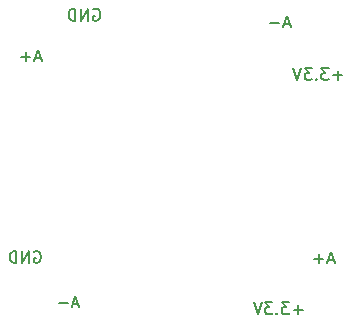
<source format=gbr>
%TF.GenerationSoftware,KiCad,Pcbnew,8.0.0*%
%TF.CreationDate,2024-05-17T03:15:10+03:00*%
%TF.ProjectId,pressure_sensor_sensor,70726573-7375-4726-955f-73656e736f72,rev?*%
%TF.SameCoordinates,Original*%
%TF.FileFunction,Legend,Bot*%
%TF.FilePolarity,Positive*%
%FSLAX46Y46*%
G04 Gerber Fmt 4.6, Leading zero omitted, Abs format (unit mm)*
G04 Created by KiCad (PCBNEW 8.0.0) date 2024-05-17 03:15:10*
%MOMM*%
%LPD*%
G01*
G04 APERTURE LIST*
%ADD10C,0.200000*%
G04 APERTURE END LIST*
D10*
X232598442Y-90703402D02*
X231836538Y-90703402D01*
X232217490Y-91084355D02*
X232217490Y-90322450D01*
X231455585Y-90084355D02*
X230836538Y-90084355D01*
X230836538Y-90084355D02*
X231169871Y-90465307D01*
X231169871Y-90465307D02*
X231027014Y-90465307D01*
X231027014Y-90465307D02*
X230931776Y-90512926D01*
X230931776Y-90512926D02*
X230884157Y-90560545D01*
X230884157Y-90560545D02*
X230836538Y-90655783D01*
X230836538Y-90655783D02*
X230836538Y-90893878D01*
X230836538Y-90893878D02*
X230884157Y-90989116D01*
X230884157Y-90989116D02*
X230931776Y-91036736D01*
X230931776Y-91036736D02*
X231027014Y-91084355D01*
X231027014Y-91084355D02*
X231312728Y-91084355D01*
X231312728Y-91084355D02*
X231407966Y-91036736D01*
X231407966Y-91036736D02*
X231455585Y-90989116D01*
X230407966Y-90989116D02*
X230360347Y-91036736D01*
X230360347Y-91036736D02*
X230407966Y-91084355D01*
X230407966Y-91084355D02*
X230455585Y-91036736D01*
X230455585Y-91036736D02*
X230407966Y-90989116D01*
X230407966Y-90989116D02*
X230407966Y-91084355D01*
X230027014Y-90084355D02*
X229407967Y-90084355D01*
X229407967Y-90084355D02*
X229741300Y-90465307D01*
X229741300Y-90465307D02*
X229598443Y-90465307D01*
X229598443Y-90465307D02*
X229503205Y-90512926D01*
X229503205Y-90512926D02*
X229455586Y-90560545D01*
X229455586Y-90560545D02*
X229407967Y-90655783D01*
X229407967Y-90655783D02*
X229407967Y-90893878D01*
X229407967Y-90893878D02*
X229455586Y-90989116D01*
X229455586Y-90989116D02*
X229503205Y-91036736D01*
X229503205Y-91036736D02*
X229598443Y-91084355D01*
X229598443Y-91084355D02*
X229884157Y-91084355D01*
X229884157Y-91084355D02*
X229979395Y-91036736D01*
X229979395Y-91036736D02*
X230027014Y-90989116D01*
X229122252Y-90084355D02*
X228788919Y-91084355D01*
X228788919Y-91084355D02*
X228455586Y-90084355D01*
X210446061Y-69398640D02*
X209969871Y-69398640D01*
X210541299Y-69684355D02*
X210207966Y-68684355D01*
X210207966Y-68684355D02*
X209874633Y-69684355D01*
X209541299Y-69303402D02*
X208779395Y-69303402D01*
X209160347Y-69684355D02*
X209160347Y-68922450D01*
X214874633Y-65281974D02*
X214969871Y-65234355D01*
X214969871Y-65234355D02*
X215112728Y-65234355D01*
X215112728Y-65234355D02*
X215255585Y-65281974D01*
X215255585Y-65281974D02*
X215350823Y-65377212D01*
X215350823Y-65377212D02*
X215398442Y-65472450D01*
X215398442Y-65472450D02*
X215446061Y-65662926D01*
X215446061Y-65662926D02*
X215446061Y-65805783D01*
X215446061Y-65805783D02*
X215398442Y-65996259D01*
X215398442Y-65996259D02*
X215350823Y-66091497D01*
X215350823Y-66091497D02*
X215255585Y-66186736D01*
X215255585Y-66186736D02*
X215112728Y-66234355D01*
X215112728Y-66234355D02*
X215017490Y-66234355D01*
X215017490Y-66234355D02*
X214874633Y-66186736D01*
X214874633Y-66186736D02*
X214827014Y-66139116D01*
X214827014Y-66139116D02*
X214827014Y-65805783D01*
X214827014Y-65805783D02*
X215017490Y-65805783D01*
X214398442Y-66234355D02*
X214398442Y-65234355D01*
X214398442Y-65234355D02*
X213827014Y-66234355D01*
X213827014Y-66234355D02*
X213827014Y-65234355D01*
X213350823Y-66234355D02*
X213350823Y-65234355D01*
X213350823Y-65234355D02*
X213112728Y-65234355D01*
X213112728Y-65234355D02*
X212969871Y-65281974D01*
X212969871Y-65281974D02*
X212874633Y-65377212D01*
X212874633Y-65377212D02*
X212827014Y-65472450D01*
X212827014Y-65472450D02*
X212779395Y-65662926D01*
X212779395Y-65662926D02*
X212779395Y-65805783D01*
X212779395Y-65805783D02*
X212827014Y-65996259D01*
X212827014Y-65996259D02*
X212874633Y-66091497D01*
X212874633Y-66091497D02*
X212969871Y-66186736D01*
X212969871Y-66186736D02*
X213112728Y-66234355D01*
X213112728Y-66234355D02*
X213350823Y-66234355D01*
X235948442Y-70878402D02*
X235186538Y-70878402D01*
X235567490Y-71259355D02*
X235567490Y-70497450D01*
X234805585Y-70259355D02*
X234186538Y-70259355D01*
X234186538Y-70259355D02*
X234519871Y-70640307D01*
X234519871Y-70640307D02*
X234377014Y-70640307D01*
X234377014Y-70640307D02*
X234281776Y-70687926D01*
X234281776Y-70687926D02*
X234234157Y-70735545D01*
X234234157Y-70735545D02*
X234186538Y-70830783D01*
X234186538Y-70830783D02*
X234186538Y-71068878D01*
X234186538Y-71068878D02*
X234234157Y-71164116D01*
X234234157Y-71164116D02*
X234281776Y-71211736D01*
X234281776Y-71211736D02*
X234377014Y-71259355D01*
X234377014Y-71259355D02*
X234662728Y-71259355D01*
X234662728Y-71259355D02*
X234757966Y-71211736D01*
X234757966Y-71211736D02*
X234805585Y-71164116D01*
X233757966Y-71164116D02*
X233710347Y-71211736D01*
X233710347Y-71211736D02*
X233757966Y-71259355D01*
X233757966Y-71259355D02*
X233805585Y-71211736D01*
X233805585Y-71211736D02*
X233757966Y-71164116D01*
X233757966Y-71164116D02*
X233757966Y-71259355D01*
X233377014Y-70259355D02*
X232757967Y-70259355D01*
X232757967Y-70259355D02*
X233091300Y-70640307D01*
X233091300Y-70640307D02*
X232948443Y-70640307D01*
X232948443Y-70640307D02*
X232853205Y-70687926D01*
X232853205Y-70687926D02*
X232805586Y-70735545D01*
X232805586Y-70735545D02*
X232757967Y-70830783D01*
X232757967Y-70830783D02*
X232757967Y-71068878D01*
X232757967Y-71068878D02*
X232805586Y-71164116D01*
X232805586Y-71164116D02*
X232853205Y-71211736D01*
X232853205Y-71211736D02*
X232948443Y-71259355D01*
X232948443Y-71259355D02*
X233234157Y-71259355D01*
X233234157Y-71259355D02*
X233329395Y-71211736D01*
X233329395Y-71211736D02*
X233377014Y-71164116D01*
X232472252Y-70259355D02*
X232138919Y-71259355D01*
X232138919Y-71259355D02*
X231805586Y-70259355D01*
X209874633Y-85806974D02*
X209969871Y-85759355D01*
X209969871Y-85759355D02*
X210112728Y-85759355D01*
X210112728Y-85759355D02*
X210255585Y-85806974D01*
X210255585Y-85806974D02*
X210350823Y-85902212D01*
X210350823Y-85902212D02*
X210398442Y-85997450D01*
X210398442Y-85997450D02*
X210446061Y-86187926D01*
X210446061Y-86187926D02*
X210446061Y-86330783D01*
X210446061Y-86330783D02*
X210398442Y-86521259D01*
X210398442Y-86521259D02*
X210350823Y-86616497D01*
X210350823Y-86616497D02*
X210255585Y-86711736D01*
X210255585Y-86711736D02*
X210112728Y-86759355D01*
X210112728Y-86759355D02*
X210017490Y-86759355D01*
X210017490Y-86759355D02*
X209874633Y-86711736D01*
X209874633Y-86711736D02*
X209827014Y-86664116D01*
X209827014Y-86664116D02*
X209827014Y-86330783D01*
X209827014Y-86330783D02*
X210017490Y-86330783D01*
X209398442Y-86759355D02*
X209398442Y-85759355D01*
X209398442Y-85759355D02*
X208827014Y-86759355D01*
X208827014Y-86759355D02*
X208827014Y-85759355D01*
X208350823Y-86759355D02*
X208350823Y-85759355D01*
X208350823Y-85759355D02*
X208112728Y-85759355D01*
X208112728Y-85759355D02*
X207969871Y-85806974D01*
X207969871Y-85806974D02*
X207874633Y-85902212D01*
X207874633Y-85902212D02*
X207827014Y-85997450D01*
X207827014Y-85997450D02*
X207779395Y-86187926D01*
X207779395Y-86187926D02*
X207779395Y-86330783D01*
X207779395Y-86330783D02*
X207827014Y-86521259D01*
X207827014Y-86521259D02*
X207874633Y-86616497D01*
X207874633Y-86616497D02*
X207969871Y-86711736D01*
X207969871Y-86711736D02*
X208112728Y-86759355D01*
X208112728Y-86759355D02*
X208350823Y-86759355D01*
X213596061Y-90223640D02*
X213119871Y-90223640D01*
X213691299Y-90509355D02*
X213357966Y-89509355D01*
X213357966Y-89509355D02*
X213024633Y-90509355D01*
X212691299Y-90128402D02*
X211929395Y-90128402D01*
X231521061Y-66523640D02*
X231044871Y-66523640D01*
X231616299Y-66809355D02*
X231282966Y-65809355D01*
X231282966Y-65809355D02*
X230949633Y-66809355D01*
X230616299Y-66428402D02*
X229854395Y-66428402D01*
X235246061Y-86498640D02*
X234769871Y-86498640D01*
X235341299Y-86784355D02*
X235007966Y-85784355D01*
X235007966Y-85784355D02*
X234674633Y-86784355D01*
X234341299Y-86403402D02*
X233579395Y-86403402D01*
X233960347Y-86784355D02*
X233960347Y-86022450D01*
M02*

</source>
